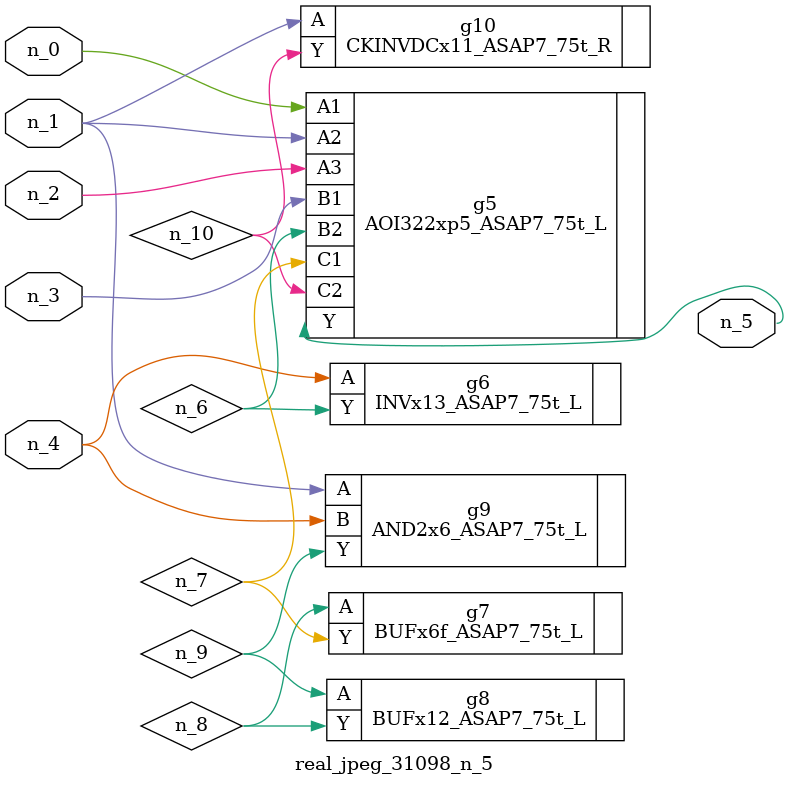
<source format=v>
module real_jpeg_31098_n_5 (n_4, n_0, n_1, n_2, n_3, n_5);

input n_4;
input n_0;
input n_1;
input n_2;
input n_3;

output n_5;

wire n_8;
wire n_6;
wire n_7;
wire n_10;
wire n_9;

AOI322xp5_ASAP7_75t_L g5 ( 
.A1(n_0),
.A2(n_1),
.A3(n_2),
.B1(n_3),
.B2(n_6),
.C1(n_7),
.C2(n_10),
.Y(n_5)
);

AND2x6_ASAP7_75t_L g9 ( 
.A(n_1),
.B(n_4),
.Y(n_9)
);

CKINVDCx11_ASAP7_75t_R g10 ( 
.A(n_1),
.Y(n_10)
);

INVx13_ASAP7_75t_L g6 ( 
.A(n_4),
.Y(n_6)
);

BUFx6f_ASAP7_75t_L g7 ( 
.A(n_8),
.Y(n_7)
);

BUFx12_ASAP7_75t_L g8 ( 
.A(n_9),
.Y(n_8)
);


endmodule
</source>
